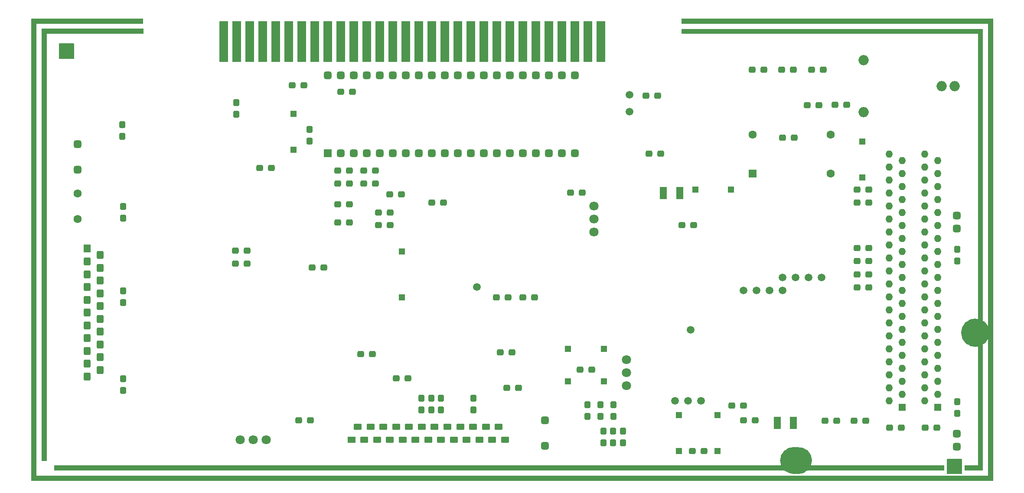
<source format=gbs>
G04 #@! TF.GenerationSoftware,KiCad,Pcbnew,7.0.2-0*
G04 #@! TF.CreationDate,2023-08-04T18:00:27+02:00*
G04 #@! TF.ProjectId,MegaCD,4d656761-4344-42e6-9b69-6361645f7063,rev?*
G04 #@! TF.SameCoordinates,Original*
G04 #@! TF.FileFunction,Soldermask,Bot*
G04 #@! TF.FilePolarity,Negative*
%FSLAX46Y46*%
G04 Gerber Fmt 4.6, Leading zero omitted, Abs format (unit mm)*
G04 Created by KiCad (PCBNEW 7.0.2-0) date 2023-08-04 18:00:27*
%MOMM*%
%LPD*%
G01*
G04 APERTURE LIST*
G04 Aperture macros list*
%AMRoundRect*
0 Rectangle with rounded corners*
0 $1 Rounding radius*
0 $2 $3 $4 $5 $6 $7 $8 $9 X,Y pos of 4 corners*
0 Add a 4 corners polygon primitive as box body*
4,1,4,$2,$3,$4,$5,$6,$7,$8,$9,$2,$3,0*
0 Add four circle primitives for the rounded corners*
1,1,$1+$1,$2,$3*
1,1,$1+$1,$4,$5*
1,1,$1+$1,$6,$7*
1,1,$1+$1,$8,$9*
0 Add four rect primitives between the rounded corners*
20,1,$1+$1,$2,$3,$4,$5,0*
20,1,$1+$1,$4,$5,$6,$7,0*
20,1,$1+$1,$6,$7,$8,$9,0*
20,1,$1+$1,$8,$9,$2,$3,0*%
G04 Aperture macros list end*
%ADD10C,2.767879*%
%ADD11C,0.150000*%
%ADD12C,2.615000*%
%ADD13R,1.600000X1.600000*%
%ADD14C,1.600000*%
%ADD15R,1.400000X1.400000*%
%ADD16O,1.400000X1.400000*%
%ADD17R,1.300000X1.300000*%
%ADD18C,1.800000*%
%ADD19R,1.600000X1.200000*%
%ADD20RoundRect,0.300000X0.500000X-0.300000X0.500000X0.300000X-0.500000X0.300000X-0.500000X-0.300000X0*%
%ADD21RoundRect,0.375000X-0.375000X0.375000X-0.375000X-0.375000X0.375000X-0.375000X0.375000X0.375000X0*%
%ADD22R,1.400000X1.600000*%
%ADD23RoundRect,0.350000X-0.350000X-0.450000X0.350000X-0.450000X0.350000X0.450000X-0.350000X0.450000X0*%
%ADD24O,2.000000X2.000000*%
%ADD25R,1.778000X8.000000*%
%ADD26RoundRect,0.375000X0.375000X-0.375000X0.375000X0.375000X-0.375000X0.375000X-0.375000X-0.375000X0*%
%ADD27C,1.500000*%
%ADD28RoundRect,0.255319X0.344681X-0.394681X0.344681X0.394681X-0.344681X0.394681X-0.344681X-0.394681X0*%
%ADD29RoundRect,0.255319X-0.394681X-0.344681X0.394681X-0.344681X0.394681X0.344681X-0.394681X0.344681X0*%
%ADD30RoundRect,0.255319X0.394681X0.344681X-0.394681X0.344681X-0.394681X-0.344681X0.394681X-0.344681X0*%
%ADD31RoundRect,0.255319X-0.344681X0.394681X-0.344681X-0.394681X0.344681X-0.394681X0.344681X0.394681X0*%
%ADD32RoundRect,0.200000X0.500000X1.000000X-0.500000X1.000000X-0.500000X-1.000000X0.500000X-1.000000X0*%
G04 APERTURE END LIST*
D10*
X231990539Y-107721400D02*
G75*
G03*
X231990539Y-107721400I-1383939J0D01*
G01*
G36*
X231105200Y-48285400D02*
G01*
X232105200Y-48285400D01*
X232105200Y-134696200D01*
X231105200Y-134696200D01*
X231105200Y-48285400D01*
G37*
D11*
X225145600Y-132435600D02*
X227914200Y-132435600D01*
X227914200Y-135255000D01*
X225145600Y-135255000D01*
X225145600Y-132435600D01*
G36*
X225145600Y-132435600D02*
G01*
X227914200Y-132435600D01*
X227914200Y-135255000D01*
X225145600Y-135255000D01*
X225145600Y-132435600D01*
G37*
G36*
X46202600Y-135728200D02*
G01*
X234086400Y-135728200D01*
X234086400Y-136702800D01*
X46202600Y-136702800D01*
X46202600Y-135728200D01*
G37*
G36*
X48234600Y-48742600D02*
G01*
X49242600Y-48742600D01*
X49242600Y-132816600D01*
X48234600Y-132816600D01*
X48234600Y-48742600D01*
G37*
G36*
X46202600Y-47091600D02*
G01*
X47202600Y-47091600D01*
X47202600Y-136702800D01*
X46202600Y-136702800D01*
X46202600Y-47091600D01*
G37*
G36*
X173202600Y-48285400D02*
G01*
X232105200Y-48285400D01*
X232105200Y-49269400D01*
X173202600Y-49269400D01*
X173202600Y-48285400D01*
G37*
G36*
X50749200Y-133696200D02*
G01*
X224561400Y-133696200D01*
X224561400Y-134696200D01*
X50749200Y-134696200D01*
X50749200Y-133696200D01*
G37*
D12*
X197395500Y-132715000D02*
G75*
G03*
X197395500Y-132715000I-1307500J0D01*
G01*
G36*
X46202600Y-46253400D02*
G01*
X68097400Y-46253400D01*
X68097400Y-47253400D01*
X46202600Y-47253400D01*
X46202600Y-46253400D01*
G37*
G36*
X173202600Y-46278800D02*
G01*
X234086400Y-46278800D01*
X234086400Y-47261400D01*
X173202600Y-47261400D01*
X173202600Y-46278800D01*
G37*
D11*
X51714400Y-51231800D02*
X54483000Y-51231800D01*
X54483000Y-54051200D01*
X51714400Y-54051200D01*
X51714400Y-51231800D01*
G36*
X51714400Y-51231800D02*
G01*
X54483000Y-51231800D01*
X54483000Y-54051200D01*
X51714400Y-54051200D01*
X51714400Y-51231800D01*
G37*
D12*
X196404900Y-132715000D02*
G75*
G03*
X196404900Y-132715000I-1307500J0D01*
G01*
G36*
X228473000Y-133696200D02*
G01*
X232105200Y-133696200D01*
X232105200Y-134696200D01*
X228473000Y-134696200D01*
X228473000Y-133696200D01*
G37*
D11*
X195097400Y-130175000D02*
X196088000Y-130175000D01*
X196088000Y-135255000D01*
X195097400Y-135255000D01*
X195097400Y-130175000D01*
G36*
X195097400Y-130175000D02*
G01*
X196088000Y-130175000D01*
X196088000Y-135255000D01*
X195097400Y-135255000D01*
X195097400Y-130175000D01*
G37*
G36*
X233086400Y-46278800D02*
G01*
X234086400Y-46278800D01*
X234086400Y-136702800D01*
X233086400Y-136702800D01*
X233086400Y-46278800D01*
G37*
G36*
X48234600Y-48242600D02*
G01*
X68148200Y-48242600D01*
X68148200Y-49242600D01*
X48234600Y-49242600D01*
X48234600Y-48242600D01*
G37*
D13*
X187071000Y-76631800D03*
D14*
X202311000Y-76631800D03*
X202311000Y-69011800D03*
X187071000Y-69011800D03*
D15*
X216281000Y-122301000D03*
D16*
X213741000Y-121031000D03*
X216281000Y-119761000D03*
X213741000Y-118491000D03*
X216281000Y-117221000D03*
X213741000Y-115951000D03*
X216281000Y-114681000D03*
X213741000Y-113411000D03*
X216281000Y-112141000D03*
X213741000Y-110871000D03*
X216281000Y-109601000D03*
X213741000Y-108331000D03*
X216281000Y-107061000D03*
X213741000Y-105791000D03*
X216281000Y-104521000D03*
X213741000Y-103251000D03*
X216281000Y-101981000D03*
X213741000Y-100711000D03*
X216281000Y-99441000D03*
X213741000Y-98171000D03*
X216281000Y-96901000D03*
X213741000Y-95631000D03*
X216281000Y-94361000D03*
X213741000Y-93091000D03*
X216281000Y-91821000D03*
X213741000Y-90551000D03*
X216281000Y-89281000D03*
X213741000Y-88011000D03*
X216281000Y-86741000D03*
X213741000Y-85471000D03*
X216281000Y-84201000D03*
X213741000Y-82931000D03*
X216281000Y-81661000D03*
X213741000Y-80391000D03*
X216281000Y-79121000D03*
X213741000Y-77851000D03*
X216281000Y-76581000D03*
X213741000Y-75311000D03*
X216281000Y-74041000D03*
X213741000Y-72771000D03*
D17*
X175895000Y-79756000D03*
X182895000Y-79756000D03*
D18*
X162433000Y-118110000D03*
X162433000Y-115570000D03*
X162433000Y-113030000D03*
D17*
X151064200Y-110871000D03*
X158064200Y-110871000D03*
D18*
X156083000Y-82931000D03*
X156083000Y-85471000D03*
X156083000Y-88011000D03*
D17*
X118618000Y-100821000D03*
X118618000Y-91821000D03*
D19*
X108758000Y-128651000D03*
D20*
X110008000Y-126111000D03*
X111258000Y-128651000D03*
X112508000Y-126111000D03*
X113758000Y-128651000D03*
X115008000Y-126111000D03*
X116258000Y-128651000D03*
X117508000Y-126111000D03*
X118758000Y-128651000D03*
X120008000Y-126111000D03*
X121258000Y-128651000D03*
X122508000Y-126111000D03*
X123758000Y-128651000D03*
X125008000Y-126111000D03*
X126258000Y-128651000D03*
X127508000Y-126111000D03*
X128758000Y-128651000D03*
X130008000Y-126111000D03*
X131258000Y-128651000D03*
X132508000Y-126111000D03*
X133758000Y-128651000D03*
X135008000Y-126111000D03*
X136258000Y-128651000D03*
X137508000Y-126111000D03*
X138758000Y-128651000D03*
D17*
X172694600Y-123835400D03*
X172694600Y-130835400D03*
X151064200Y-117271800D03*
X158064200Y-117271800D03*
D18*
X86995000Y-128671000D03*
X89535000Y-128671000D03*
X92075000Y-128671000D03*
D17*
X97409000Y-64897000D03*
X97409000Y-71897000D03*
D14*
X55245000Y-80471000D03*
X55245000Y-85471000D03*
D17*
X180213000Y-130825000D03*
X180213000Y-123825000D03*
D21*
X55245000Y-75866000D03*
X55245000Y-70866000D03*
D15*
X223266000Y-122301000D03*
D16*
X220726000Y-121031000D03*
X223266000Y-119761000D03*
X220726000Y-118491000D03*
X223266000Y-117221000D03*
X220726000Y-115951000D03*
X223266000Y-114681000D03*
X220726000Y-113411000D03*
X223266000Y-112141000D03*
X220726000Y-110871000D03*
X223266000Y-109601000D03*
X220726000Y-108331000D03*
X223266000Y-107061000D03*
X220726000Y-105791000D03*
X223266000Y-104521000D03*
X220726000Y-103251000D03*
X223266000Y-101981000D03*
X220726000Y-100711000D03*
X223266000Y-99441000D03*
X220726000Y-98171000D03*
X223266000Y-96901000D03*
X220726000Y-95631000D03*
X223266000Y-94361000D03*
X220726000Y-93091000D03*
X223266000Y-91821000D03*
X220726000Y-90551000D03*
X223266000Y-89281000D03*
X220726000Y-88011000D03*
X223266000Y-86741000D03*
X220726000Y-85471000D03*
X223266000Y-84201000D03*
X220726000Y-82931000D03*
X223266000Y-81661000D03*
X220726000Y-80391000D03*
X223266000Y-79121000D03*
X220726000Y-77851000D03*
X223266000Y-76581000D03*
X220726000Y-75311000D03*
X223266000Y-74041000D03*
X220726000Y-72771000D03*
D22*
X57150000Y-91279000D03*
D23*
X59690000Y-92529000D03*
X57150000Y-93779000D03*
X59690000Y-95029000D03*
X57150000Y-96279000D03*
X59690000Y-97529000D03*
X57150000Y-98779000D03*
X59690000Y-100029000D03*
X57150000Y-101279000D03*
X59690000Y-102529000D03*
X57150000Y-103779000D03*
X59690000Y-105029000D03*
X57150000Y-106279000D03*
X59690000Y-107529000D03*
X57150000Y-108779000D03*
X59690000Y-110029000D03*
X57150000Y-111279000D03*
X59690000Y-112529000D03*
X57150000Y-113779000D03*
X59690000Y-115029000D03*
X57150000Y-116279000D03*
D24*
X208813400Y-54381400D03*
X208813400Y-64541400D03*
X224053400Y-59461400D03*
X226593400Y-59461400D03*
D25*
X157480000Y-50800000D03*
X154940000Y-50800000D03*
X152400000Y-50800000D03*
X149860000Y-50800000D03*
X147320000Y-50800000D03*
X144780000Y-50800000D03*
X142240000Y-50800000D03*
X139700000Y-50800000D03*
X137160000Y-50800000D03*
X134620000Y-50800000D03*
X132080000Y-50800000D03*
X129540000Y-50800000D03*
X127000000Y-50800000D03*
X124460000Y-50800000D03*
X121920000Y-50800000D03*
X119380000Y-50800000D03*
X116840000Y-50800000D03*
X114300000Y-50800000D03*
X111760000Y-50800000D03*
X109220000Y-50800000D03*
X106680000Y-50800000D03*
X104140000Y-50800000D03*
X101600000Y-50800000D03*
X99060000Y-50800000D03*
X96520000Y-50800000D03*
X93980000Y-50800000D03*
X91440000Y-50800000D03*
X88900000Y-50800000D03*
X86360000Y-50800000D03*
X83820000Y-50800000D03*
D21*
X146558000Y-129841000D03*
X146558000Y-124841000D03*
D17*
X208534000Y-70358000D03*
X208534000Y-77358000D03*
D13*
X104140000Y-72644000D03*
D26*
X106680000Y-72644000D03*
X109220000Y-72644000D03*
X111760000Y-72644000D03*
X114300000Y-72644000D03*
X116840000Y-72644000D03*
X119380000Y-72644000D03*
X121920000Y-72644000D03*
X124460000Y-72644000D03*
X127000000Y-72644000D03*
X129540000Y-72644000D03*
X132080000Y-72644000D03*
X134620000Y-72644000D03*
X137160000Y-72644000D03*
X139700000Y-72644000D03*
X142240000Y-72644000D03*
X144780000Y-72644000D03*
X147320000Y-72644000D03*
X149860000Y-72644000D03*
X152400000Y-72644000D03*
X152400000Y-57404000D03*
X149860000Y-57404000D03*
X147320000Y-57404000D03*
X144780000Y-57404000D03*
X142240000Y-57404000D03*
X139700000Y-57404000D03*
X137160000Y-57404000D03*
X134620000Y-57404000D03*
X132080000Y-57404000D03*
X129540000Y-57404000D03*
X127000000Y-57404000D03*
X124460000Y-57404000D03*
X121920000Y-57404000D03*
X119380000Y-57404000D03*
X116840000Y-57404000D03*
X114300000Y-57404000D03*
X111760000Y-57404000D03*
X109220000Y-57404000D03*
X106680000Y-57404000D03*
X104140000Y-57404000D03*
D27*
X187833000Y-99441000D03*
D28*
X100558600Y-70231000D03*
X100558600Y-67945000D03*
D27*
X185293000Y-99441000D03*
D28*
X227050600Y-123520200D03*
X227050600Y-121234200D03*
D29*
X203174600Y-63169800D03*
X205460600Y-63169800D03*
D30*
X119811800Y-116662200D03*
X117525800Y-116662200D03*
D29*
X114020600Y-84251800D03*
X116306600Y-84251800D03*
D28*
X161772600Y-129235200D03*
X161772600Y-126949200D03*
D29*
X137845800Y-111582200D03*
X140131800Y-111582200D03*
D31*
X64135000Y-116713000D03*
X64135000Y-118999000D03*
D30*
X88392000Y-91694000D03*
X86106000Y-91694000D03*
D27*
X171958000Y-121031000D03*
X200533000Y-96901000D03*
D29*
X101066600Y-94970600D03*
X103352600Y-94970600D03*
D28*
X132588000Y-122809000D03*
X132588000Y-120523000D03*
D32*
X172847000Y-80391000D03*
X169697400Y-80391000D03*
D30*
X169189400Y-72669400D03*
X166903400Y-72669400D03*
X209778600Y-91160600D03*
X207492600Y-91160600D03*
D32*
X195046600Y-125399800D03*
X191897000Y-125399800D03*
D30*
X108381800Y-75971400D03*
X106095800Y-75971400D03*
D27*
X133223000Y-98806000D03*
X174498000Y-121031000D03*
D31*
X64135000Y-83058000D03*
X64135000Y-85344000D03*
D30*
X209778600Y-96342200D03*
X207492600Y-96342200D03*
X216179400Y-126314200D03*
X213893400Y-126314200D03*
D29*
X175336200Y-130835400D03*
X177622200Y-130835400D03*
X106095800Y-82575400D03*
X108381800Y-82575400D03*
D27*
X192913000Y-96901000D03*
D26*
X226949000Y-84836000D03*
X226949000Y-87376000D03*
D29*
X198653400Y-56261000D03*
X200939400Y-56261000D03*
X106680000Y-60579000D03*
X108966000Y-60579000D03*
D27*
X163068000Y-64516000D03*
D30*
X187629800Y-124841000D03*
X185343800Y-124841000D03*
D29*
X111125000Y-78511400D03*
X113411000Y-78511400D03*
X187045600Y-56261000D03*
X189331600Y-56261000D03*
D30*
X139319000Y-100838000D03*
X137033000Y-100838000D03*
D27*
X177038000Y-121031000D03*
D30*
X144526000Y-100838000D03*
X142240000Y-100838000D03*
X100736400Y-124841000D03*
X98450400Y-124841000D03*
D29*
X106095800Y-86182200D03*
X108381800Y-86182200D03*
D30*
X175564800Y-86690200D03*
X173278800Y-86690200D03*
D29*
X124485400Y-82270600D03*
X126771400Y-82270600D03*
D31*
X64135000Y-99568000D03*
X64135000Y-101854000D03*
D29*
X97205800Y-59359800D03*
X99491800Y-59359800D03*
D28*
X159824600Y-129235200D03*
X159824600Y-126949200D03*
D30*
X203530200Y-124942600D03*
X201244200Y-124942600D03*
X223088200Y-126314200D03*
X220802200Y-126314200D03*
D28*
X126212600Y-122809000D03*
X126212600Y-120523000D03*
D26*
X226949000Y-127508000D03*
X226949000Y-130048000D03*
D29*
X151561800Y-80289400D03*
X153847800Y-80289400D03*
D30*
X116306600Y-86690200D03*
X114020600Y-86690200D03*
D28*
X157353000Y-124129800D03*
X157353000Y-121843800D03*
X154813000Y-124129800D03*
X154813000Y-121843800D03*
D27*
X197993000Y-96901000D03*
D29*
X197739000Y-63220600D03*
X200025000Y-63220600D03*
D28*
X86283800Y-64998600D03*
X86283800Y-62712600D03*
D31*
X64008000Y-67056000D03*
X64008000Y-69342000D03*
D29*
X183057800Y-121945400D03*
X185343800Y-121945400D03*
D27*
X192913000Y-99441000D03*
D29*
X90881200Y-75463400D03*
X93167200Y-75463400D03*
D30*
X209169000Y-124942600D03*
X206883000Y-124942600D03*
D29*
X166243000Y-61391800D03*
X168529000Y-61391800D03*
D28*
X157962600Y-129235200D03*
X157962600Y-126949200D03*
X159893000Y-124129800D03*
X159893000Y-121843800D03*
D30*
X118541800Y-80645000D03*
X116255800Y-80645000D03*
X108381800Y-78511400D03*
X106095800Y-78511400D03*
D28*
X124333000Y-122809000D03*
X124333000Y-120523000D03*
D30*
X209778600Y-93700600D03*
X207492600Y-93700600D03*
D27*
X163068000Y-61214000D03*
X175031400Y-107162600D03*
X190373000Y-99441000D03*
X195453000Y-96901000D03*
D30*
X209778600Y-82270600D03*
X207492600Y-82270600D03*
D28*
X122428000Y-122809000D03*
X122428000Y-120523000D03*
D30*
X88392000Y-94234000D03*
X86106000Y-94234000D03*
D29*
X192913000Y-69570600D03*
X195199000Y-69570600D03*
X139065000Y-118541800D03*
X141351000Y-118541800D03*
X153390600Y-114985800D03*
X155676600Y-114985800D03*
D31*
X227050600Y-91414600D03*
X227050600Y-93700600D03*
D29*
X192786000Y-56261000D03*
X195072000Y-56261000D03*
D30*
X209778600Y-79730600D03*
X207492600Y-79730600D03*
D29*
X111125000Y-75971400D03*
X113411000Y-75971400D03*
X110566200Y-111937800D03*
X112852200Y-111937800D03*
D30*
X209778600Y-98882200D03*
X207492600Y-98882200D03*
M02*

</source>
